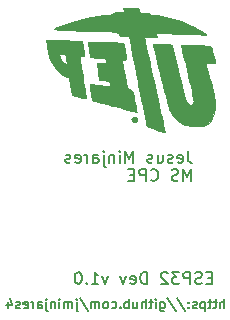
<source format=gbo>
%TF.GenerationSoftware,KiCad,Pcbnew,(5.1.10)-1*%
%TF.CreationDate,2021-10-10T21:05:51-06:00*%
%TF.ProjectId,ESP32_Boardv2.0,45535033-325f-4426-9f61-726476322e30,rev?*%
%TF.SameCoordinates,Original*%
%TF.FileFunction,Legend,Bot*%
%TF.FilePolarity,Positive*%
%FSLAX46Y46*%
G04 Gerber Fmt 4.6, Leading zero omitted, Abs format (unit mm)*
G04 Created by KiCad (PCBNEW (5.1.10)-1) date 2021-10-10 21:05:51*
%MOMM*%
%LPD*%
G01*
G04 APERTURE LIST*
%ADD10C,0.150000*%
%ADD11C,0.010000*%
G04 APERTURE END LIST*
D10*
X124565714Y-56608571D02*
X124232380Y-56608571D01*
X124089523Y-57132380D02*
X124565714Y-57132380D01*
X124565714Y-56132380D01*
X124089523Y-56132380D01*
X123708571Y-57084761D02*
X123565714Y-57132380D01*
X123327619Y-57132380D01*
X123232380Y-57084761D01*
X123184761Y-57037142D01*
X123137142Y-56941904D01*
X123137142Y-56846666D01*
X123184761Y-56751428D01*
X123232380Y-56703809D01*
X123327619Y-56656190D01*
X123518095Y-56608571D01*
X123613333Y-56560952D01*
X123660952Y-56513333D01*
X123708571Y-56418095D01*
X123708571Y-56322857D01*
X123660952Y-56227619D01*
X123613333Y-56180000D01*
X123518095Y-56132380D01*
X123280000Y-56132380D01*
X123137142Y-56180000D01*
X122708571Y-57132380D02*
X122708571Y-56132380D01*
X122327619Y-56132380D01*
X122232380Y-56180000D01*
X122184761Y-56227619D01*
X122137142Y-56322857D01*
X122137142Y-56465714D01*
X122184761Y-56560952D01*
X122232380Y-56608571D01*
X122327619Y-56656190D01*
X122708571Y-56656190D01*
X121803809Y-56132380D02*
X121184761Y-56132380D01*
X121518095Y-56513333D01*
X121375238Y-56513333D01*
X121280000Y-56560952D01*
X121232380Y-56608571D01*
X121184761Y-56703809D01*
X121184761Y-56941904D01*
X121232380Y-57037142D01*
X121280000Y-57084761D01*
X121375238Y-57132380D01*
X121660952Y-57132380D01*
X121756190Y-57084761D01*
X121803809Y-57037142D01*
X120803809Y-56227619D02*
X120756190Y-56180000D01*
X120660952Y-56132380D01*
X120422857Y-56132380D01*
X120327619Y-56180000D01*
X120280000Y-56227619D01*
X120232380Y-56322857D01*
X120232380Y-56418095D01*
X120280000Y-56560952D01*
X120851428Y-57132380D01*
X120232380Y-57132380D01*
X119041904Y-57132380D02*
X119041904Y-56132380D01*
X118803809Y-56132380D01*
X118660952Y-56180000D01*
X118565714Y-56275238D01*
X118518095Y-56370476D01*
X118470476Y-56560952D01*
X118470476Y-56703809D01*
X118518095Y-56894285D01*
X118565714Y-56989523D01*
X118660952Y-57084761D01*
X118803809Y-57132380D01*
X119041904Y-57132380D01*
X117660952Y-57084761D02*
X117756190Y-57132380D01*
X117946666Y-57132380D01*
X118041904Y-57084761D01*
X118089523Y-56989523D01*
X118089523Y-56608571D01*
X118041904Y-56513333D01*
X117946666Y-56465714D01*
X117756190Y-56465714D01*
X117660952Y-56513333D01*
X117613333Y-56608571D01*
X117613333Y-56703809D01*
X118089523Y-56799047D01*
X117280000Y-56465714D02*
X117041904Y-57132380D01*
X116803809Y-56465714D01*
X115756190Y-56465714D02*
X115518095Y-57132380D01*
X115280000Y-56465714D01*
X114375238Y-57132380D02*
X114946666Y-57132380D01*
X114660952Y-57132380D02*
X114660952Y-56132380D01*
X114756190Y-56275238D01*
X114851428Y-56370476D01*
X114946666Y-56418095D01*
X113946666Y-57037142D02*
X113899047Y-57084761D01*
X113946666Y-57132380D01*
X113994285Y-57084761D01*
X113946666Y-57037142D01*
X113946666Y-57132380D01*
X113280000Y-56132380D02*
X113184761Y-56132380D01*
X113089523Y-56180000D01*
X113041904Y-56227619D01*
X112994285Y-56322857D01*
X112946666Y-56513333D01*
X112946666Y-56751428D01*
X112994285Y-56941904D01*
X113041904Y-57037142D01*
X113089523Y-57084761D01*
X113184761Y-57132380D01*
X113280000Y-57132380D01*
X113375238Y-57084761D01*
X113422857Y-57037142D01*
X113470476Y-56941904D01*
X113518095Y-56751428D01*
X113518095Y-56513333D01*
X113470476Y-56322857D01*
X113422857Y-56227619D01*
X113375238Y-56180000D01*
X113280000Y-56132380D01*
X125590952Y-59201904D02*
X125590952Y-58401904D01*
X125248095Y-59201904D02*
X125248095Y-58782857D01*
X125286190Y-58706666D01*
X125362380Y-58668571D01*
X125476666Y-58668571D01*
X125552857Y-58706666D01*
X125590952Y-58744761D01*
X124981428Y-58668571D02*
X124676666Y-58668571D01*
X124867142Y-58401904D02*
X124867142Y-59087619D01*
X124829047Y-59163809D01*
X124752857Y-59201904D01*
X124676666Y-59201904D01*
X124524285Y-58668571D02*
X124219523Y-58668571D01*
X124410000Y-58401904D02*
X124410000Y-59087619D01*
X124371904Y-59163809D01*
X124295714Y-59201904D01*
X124219523Y-59201904D01*
X123952857Y-58668571D02*
X123952857Y-59468571D01*
X123952857Y-58706666D02*
X123876666Y-58668571D01*
X123724285Y-58668571D01*
X123648095Y-58706666D01*
X123610000Y-58744761D01*
X123571904Y-58820952D01*
X123571904Y-59049523D01*
X123610000Y-59125714D01*
X123648095Y-59163809D01*
X123724285Y-59201904D01*
X123876666Y-59201904D01*
X123952857Y-59163809D01*
X123267142Y-59163809D02*
X123190952Y-59201904D01*
X123038571Y-59201904D01*
X122962380Y-59163809D01*
X122924285Y-59087619D01*
X122924285Y-59049523D01*
X122962380Y-58973333D01*
X123038571Y-58935238D01*
X123152857Y-58935238D01*
X123229047Y-58897142D01*
X123267142Y-58820952D01*
X123267142Y-58782857D01*
X123229047Y-58706666D01*
X123152857Y-58668571D01*
X123038571Y-58668571D01*
X122962380Y-58706666D01*
X122581428Y-59125714D02*
X122543333Y-59163809D01*
X122581428Y-59201904D01*
X122619523Y-59163809D01*
X122581428Y-59125714D01*
X122581428Y-59201904D01*
X122581428Y-58706666D02*
X122543333Y-58744761D01*
X122581428Y-58782857D01*
X122619523Y-58744761D01*
X122581428Y-58706666D01*
X122581428Y-58782857D01*
X121629047Y-58363809D02*
X122314761Y-59392380D01*
X120790952Y-58363809D02*
X121476666Y-59392380D01*
X120181428Y-58668571D02*
X120181428Y-59316190D01*
X120219523Y-59392380D01*
X120257619Y-59430476D01*
X120333809Y-59468571D01*
X120448095Y-59468571D01*
X120524285Y-59430476D01*
X120181428Y-59163809D02*
X120257619Y-59201904D01*
X120410000Y-59201904D01*
X120486190Y-59163809D01*
X120524285Y-59125714D01*
X120562380Y-59049523D01*
X120562380Y-58820952D01*
X120524285Y-58744761D01*
X120486190Y-58706666D01*
X120410000Y-58668571D01*
X120257619Y-58668571D01*
X120181428Y-58706666D01*
X119800476Y-59201904D02*
X119800476Y-58668571D01*
X119800476Y-58401904D02*
X119838571Y-58440000D01*
X119800476Y-58478095D01*
X119762380Y-58440000D01*
X119800476Y-58401904D01*
X119800476Y-58478095D01*
X119533809Y-58668571D02*
X119229047Y-58668571D01*
X119419523Y-58401904D02*
X119419523Y-59087619D01*
X119381428Y-59163809D01*
X119305238Y-59201904D01*
X119229047Y-59201904D01*
X118962380Y-59201904D02*
X118962380Y-58401904D01*
X118619523Y-59201904D02*
X118619523Y-58782857D01*
X118657619Y-58706666D01*
X118733809Y-58668571D01*
X118848095Y-58668571D01*
X118924285Y-58706666D01*
X118962380Y-58744761D01*
X117895714Y-58668571D02*
X117895714Y-59201904D01*
X118238571Y-58668571D02*
X118238571Y-59087619D01*
X118200476Y-59163809D01*
X118124285Y-59201904D01*
X118010000Y-59201904D01*
X117933809Y-59163809D01*
X117895714Y-59125714D01*
X117514761Y-59201904D02*
X117514761Y-58401904D01*
X117514761Y-58706666D02*
X117438571Y-58668571D01*
X117286190Y-58668571D01*
X117210000Y-58706666D01*
X117171904Y-58744761D01*
X117133809Y-58820952D01*
X117133809Y-59049523D01*
X117171904Y-59125714D01*
X117210000Y-59163809D01*
X117286190Y-59201904D01*
X117438571Y-59201904D01*
X117514761Y-59163809D01*
X116790952Y-59125714D02*
X116752857Y-59163809D01*
X116790952Y-59201904D01*
X116829047Y-59163809D01*
X116790952Y-59125714D01*
X116790952Y-59201904D01*
X116067142Y-59163809D02*
X116143333Y-59201904D01*
X116295714Y-59201904D01*
X116371904Y-59163809D01*
X116410000Y-59125714D01*
X116448095Y-59049523D01*
X116448095Y-58820952D01*
X116410000Y-58744761D01*
X116371904Y-58706666D01*
X116295714Y-58668571D01*
X116143333Y-58668571D01*
X116067142Y-58706666D01*
X115610000Y-59201904D02*
X115686190Y-59163809D01*
X115724285Y-59125714D01*
X115762380Y-59049523D01*
X115762380Y-58820952D01*
X115724285Y-58744761D01*
X115686190Y-58706666D01*
X115610000Y-58668571D01*
X115495714Y-58668571D01*
X115419523Y-58706666D01*
X115381428Y-58744761D01*
X115343333Y-58820952D01*
X115343333Y-59049523D01*
X115381428Y-59125714D01*
X115419523Y-59163809D01*
X115495714Y-59201904D01*
X115610000Y-59201904D01*
X115000476Y-59201904D02*
X115000476Y-58668571D01*
X115000476Y-58744761D02*
X114962380Y-58706666D01*
X114886190Y-58668571D01*
X114771904Y-58668571D01*
X114695714Y-58706666D01*
X114657619Y-58782857D01*
X114657619Y-59201904D01*
X114657619Y-58782857D02*
X114619523Y-58706666D01*
X114543333Y-58668571D01*
X114429047Y-58668571D01*
X114352857Y-58706666D01*
X114314761Y-58782857D01*
X114314761Y-59201904D01*
X113362380Y-58363809D02*
X114048095Y-59392380D01*
X113095714Y-58668571D02*
X113095714Y-59354285D01*
X113133809Y-59430476D01*
X113210000Y-59468571D01*
X113248095Y-59468571D01*
X113095714Y-58401904D02*
X113133809Y-58440000D01*
X113095714Y-58478095D01*
X113057619Y-58440000D01*
X113095714Y-58401904D01*
X113095714Y-58478095D01*
X112714761Y-59201904D02*
X112714761Y-58668571D01*
X112714761Y-58744761D02*
X112676666Y-58706666D01*
X112600476Y-58668571D01*
X112486190Y-58668571D01*
X112410000Y-58706666D01*
X112371904Y-58782857D01*
X112371904Y-59201904D01*
X112371904Y-58782857D02*
X112333809Y-58706666D01*
X112257619Y-58668571D01*
X112143333Y-58668571D01*
X112067142Y-58706666D01*
X112029047Y-58782857D01*
X112029047Y-59201904D01*
X111648095Y-59201904D02*
X111648095Y-58668571D01*
X111648095Y-58401904D02*
X111686190Y-58440000D01*
X111648095Y-58478095D01*
X111610000Y-58440000D01*
X111648095Y-58401904D01*
X111648095Y-58478095D01*
X111267142Y-58668571D02*
X111267142Y-59201904D01*
X111267142Y-58744761D02*
X111229047Y-58706666D01*
X111152857Y-58668571D01*
X111038571Y-58668571D01*
X110962380Y-58706666D01*
X110924285Y-58782857D01*
X110924285Y-59201904D01*
X110543333Y-58668571D02*
X110543333Y-59354285D01*
X110581428Y-59430476D01*
X110657619Y-59468571D01*
X110695714Y-59468571D01*
X110543333Y-58401904D02*
X110581428Y-58440000D01*
X110543333Y-58478095D01*
X110505238Y-58440000D01*
X110543333Y-58401904D01*
X110543333Y-58478095D01*
X109819523Y-59201904D02*
X109819523Y-58782857D01*
X109857619Y-58706666D01*
X109933809Y-58668571D01*
X110086190Y-58668571D01*
X110162380Y-58706666D01*
X109819523Y-59163809D02*
X109895714Y-59201904D01*
X110086190Y-59201904D01*
X110162380Y-59163809D01*
X110200476Y-59087619D01*
X110200476Y-59011428D01*
X110162380Y-58935238D01*
X110086190Y-58897142D01*
X109895714Y-58897142D01*
X109819523Y-58859047D01*
X109438571Y-59201904D02*
X109438571Y-58668571D01*
X109438571Y-58820952D02*
X109400476Y-58744761D01*
X109362380Y-58706666D01*
X109286190Y-58668571D01*
X109210000Y-58668571D01*
X108638571Y-59163809D02*
X108714761Y-59201904D01*
X108867142Y-59201904D01*
X108943333Y-59163809D01*
X108981428Y-59087619D01*
X108981428Y-58782857D01*
X108943333Y-58706666D01*
X108867142Y-58668571D01*
X108714761Y-58668571D01*
X108638571Y-58706666D01*
X108600476Y-58782857D01*
X108600476Y-58859047D01*
X108981428Y-58935238D01*
X108295714Y-59163809D02*
X108219523Y-59201904D01*
X108067142Y-59201904D01*
X107990952Y-59163809D01*
X107952857Y-59087619D01*
X107952857Y-59049523D01*
X107990952Y-58973333D01*
X108067142Y-58935238D01*
X108181428Y-58935238D01*
X108257619Y-58897142D01*
X108295714Y-58820952D01*
X108295714Y-58782857D01*
X108257619Y-58706666D01*
X108181428Y-58668571D01*
X108067142Y-58668571D01*
X107990952Y-58706666D01*
X107267142Y-58668571D02*
X107267142Y-59201904D01*
X107457619Y-58363809D02*
X107648095Y-58935238D01*
X107152857Y-58935238D01*
X122812857Y-48402380D02*
X122812857Y-47402380D01*
X122479523Y-48116666D01*
X122146190Y-47402380D01*
X122146190Y-48402380D01*
X121717619Y-48354761D02*
X121574761Y-48402380D01*
X121336666Y-48402380D01*
X121241428Y-48354761D01*
X121193809Y-48307142D01*
X121146190Y-48211904D01*
X121146190Y-48116666D01*
X121193809Y-48021428D01*
X121241428Y-47973809D01*
X121336666Y-47926190D01*
X121527142Y-47878571D01*
X121622380Y-47830952D01*
X121670000Y-47783333D01*
X121717619Y-47688095D01*
X121717619Y-47592857D01*
X121670000Y-47497619D01*
X121622380Y-47450000D01*
X121527142Y-47402380D01*
X121289047Y-47402380D01*
X121146190Y-47450000D01*
X119384285Y-48307142D02*
X119431904Y-48354761D01*
X119574761Y-48402380D01*
X119669999Y-48402380D01*
X119812857Y-48354761D01*
X119908095Y-48259523D01*
X119955714Y-48164285D01*
X120003333Y-47973809D01*
X120003333Y-47830952D01*
X119955714Y-47640476D01*
X119908095Y-47545238D01*
X119812857Y-47450000D01*
X119669999Y-47402380D01*
X119574761Y-47402380D01*
X119431904Y-47450000D01*
X119384285Y-47497619D01*
X118955714Y-48402380D02*
X118955714Y-47402380D01*
X118574761Y-47402380D01*
X118479523Y-47450000D01*
X118431904Y-47497619D01*
X118384285Y-47592857D01*
X118384285Y-47735714D01*
X118431904Y-47830952D01*
X118479523Y-47878571D01*
X118574761Y-47926190D01*
X118955714Y-47926190D01*
X117955714Y-47878571D02*
X117622380Y-47878571D01*
X117479523Y-48402380D02*
X117955714Y-48402380D01*
X117955714Y-47402380D01*
X117479523Y-47402380D01*
X122523809Y-45872380D02*
X122523809Y-46586666D01*
X122571428Y-46729523D01*
X122666666Y-46824761D01*
X122809523Y-46872380D01*
X122904761Y-46872380D01*
X121666666Y-46824761D02*
X121761904Y-46872380D01*
X121952380Y-46872380D01*
X122047619Y-46824761D01*
X122095238Y-46729523D01*
X122095238Y-46348571D01*
X122047619Y-46253333D01*
X121952380Y-46205714D01*
X121761904Y-46205714D01*
X121666666Y-46253333D01*
X121619047Y-46348571D01*
X121619047Y-46443809D01*
X122095238Y-46539047D01*
X121238095Y-46824761D02*
X121142857Y-46872380D01*
X120952380Y-46872380D01*
X120857142Y-46824761D01*
X120809523Y-46729523D01*
X120809523Y-46681904D01*
X120857142Y-46586666D01*
X120952380Y-46539047D01*
X121095238Y-46539047D01*
X121190476Y-46491428D01*
X121238095Y-46396190D01*
X121238095Y-46348571D01*
X121190476Y-46253333D01*
X121095238Y-46205714D01*
X120952380Y-46205714D01*
X120857142Y-46253333D01*
X119952380Y-46205714D02*
X119952380Y-46872380D01*
X120380952Y-46205714D02*
X120380952Y-46729523D01*
X120333333Y-46824761D01*
X120238095Y-46872380D01*
X120095238Y-46872380D01*
X120000000Y-46824761D01*
X119952380Y-46777142D01*
X119523809Y-46824761D02*
X119428571Y-46872380D01*
X119238095Y-46872380D01*
X119142857Y-46824761D01*
X119095238Y-46729523D01*
X119095238Y-46681904D01*
X119142857Y-46586666D01*
X119238095Y-46539047D01*
X119380952Y-46539047D01*
X119476190Y-46491428D01*
X119523809Y-46396190D01*
X119523809Y-46348571D01*
X119476190Y-46253333D01*
X119380952Y-46205714D01*
X119238095Y-46205714D01*
X119142857Y-46253333D01*
X117904761Y-46872380D02*
X117904761Y-45872380D01*
X117571428Y-46586666D01*
X117238095Y-45872380D01*
X117238095Y-46872380D01*
X116761904Y-46872380D02*
X116761904Y-46205714D01*
X116761904Y-45872380D02*
X116809523Y-45920000D01*
X116761904Y-45967619D01*
X116714285Y-45920000D01*
X116761904Y-45872380D01*
X116761904Y-45967619D01*
X116285714Y-46205714D02*
X116285714Y-46872380D01*
X116285714Y-46300952D02*
X116238095Y-46253333D01*
X116142857Y-46205714D01*
X116000000Y-46205714D01*
X115904761Y-46253333D01*
X115857142Y-46348571D01*
X115857142Y-46872380D01*
X115380952Y-46205714D02*
X115380952Y-47062857D01*
X115428571Y-47158095D01*
X115523809Y-47205714D01*
X115571428Y-47205714D01*
X115380952Y-45872380D02*
X115428571Y-45920000D01*
X115380952Y-45967619D01*
X115333333Y-45920000D01*
X115380952Y-45872380D01*
X115380952Y-45967619D01*
X114476190Y-46872380D02*
X114476190Y-46348571D01*
X114523809Y-46253333D01*
X114619047Y-46205714D01*
X114809523Y-46205714D01*
X114904761Y-46253333D01*
X114476190Y-46824761D02*
X114571428Y-46872380D01*
X114809523Y-46872380D01*
X114904761Y-46824761D01*
X114952380Y-46729523D01*
X114952380Y-46634285D01*
X114904761Y-46539047D01*
X114809523Y-46491428D01*
X114571428Y-46491428D01*
X114476190Y-46443809D01*
X114000000Y-46872380D02*
X114000000Y-46205714D01*
X114000000Y-46396190D02*
X113952380Y-46300952D01*
X113904761Y-46253333D01*
X113809523Y-46205714D01*
X113714285Y-46205714D01*
X113000000Y-46824761D02*
X113095238Y-46872380D01*
X113285714Y-46872380D01*
X113380952Y-46824761D01*
X113428571Y-46729523D01*
X113428571Y-46348571D01*
X113380952Y-46253333D01*
X113285714Y-46205714D01*
X113095238Y-46205714D01*
X113000000Y-46253333D01*
X112952380Y-46348571D01*
X112952380Y-46443809D01*
X113428571Y-46539047D01*
X112571428Y-46824761D02*
X112476190Y-46872380D01*
X112285714Y-46872380D01*
X112190476Y-46824761D01*
X112142857Y-46729523D01*
X112142857Y-46681904D01*
X112190476Y-46586666D01*
X112285714Y-46539047D01*
X112428571Y-46539047D01*
X112523809Y-46491428D01*
X112571428Y-46396190D01*
X112571428Y-46348571D01*
X112523809Y-46253333D01*
X112428571Y-46205714D01*
X112285714Y-46205714D01*
X112190476Y-46253333D01*
D11*
%TO.C,G\u002A\u002A\u002A*%
G36*
X117081455Y-33946499D02*
G01*
X117109415Y-34136999D01*
X116627951Y-34137000D01*
X116381774Y-34140826D01*
X116240463Y-34155442D01*
X116182029Y-34185557D01*
X116183037Y-34232250D01*
X116181641Y-34288345D01*
X116106381Y-34317620D01*
X115933534Y-34327544D01*
X115879419Y-34327874D01*
X115424544Y-34353799D01*
X114883870Y-34425819D01*
X114286828Y-34536627D01*
X113662845Y-34678917D01*
X113041352Y-34845383D01*
X112451778Y-35028719D01*
X111923551Y-35221618D01*
X111486101Y-35416775D01*
X111479185Y-35420291D01*
X111165619Y-35580147D01*
X111574435Y-35619066D01*
X111737599Y-35629803D01*
X112008980Y-35642041D01*
X112369812Y-35655176D01*
X112801330Y-35668605D01*
X113284768Y-35681726D01*
X113801361Y-35693935D01*
X114099053Y-35700168D01*
X114614021Y-35711520D01*
X115095767Y-35724203D01*
X115527656Y-35737622D01*
X115893054Y-35751179D01*
X116175326Y-35764278D01*
X116357838Y-35776324D01*
X116414441Y-35783170D01*
X116579234Y-35853243D01*
X116650783Y-35980620D01*
X116681068Y-36065109D01*
X116742776Y-36114425D01*
X116866828Y-36140380D01*
X117084141Y-36154790D01*
X117109602Y-36155936D01*
X117531664Y-36174623D01*
X117599598Y-36505186D01*
X117624301Y-36629129D01*
X117670584Y-36865095D01*
X117735986Y-37200405D01*
X117818045Y-37622377D01*
X117914298Y-38118333D01*
X118022285Y-38675591D01*
X118139542Y-39281473D01*
X118263609Y-39923296D01*
X118335385Y-40294943D01*
X118460672Y-40940423D01*
X118579933Y-41548205D01*
X118690844Y-42106896D01*
X118791082Y-42605102D01*
X118878322Y-43031432D01*
X118950243Y-43374491D01*
X119004519Y-43622886D01*
X119038829Y-43765224D01*
X119049244Y-43795409D01*
X119121971Y-43828395D01*
X119286086Y-43889894D01*
X119511961Y-43969893D01*
X119769968Y-44058377D01*
X120030481Y-44145331D01*
X120263871Y-44220743D01*
X120440512Y-44274597D01*
X120530775Y-44296880D01*
X120533245Y-44297000D01*
X120545365Y-44242090D01*
X120528470Y-44103535D01*
X120512822Y-44027125D01*
X120488904Y-43919285D01*
X120441894Y-43705250D01*
X120374578Y-43397806D01*
X120289743Y-43009742D01*
X120190174Y-42553844D01*
X120078658Y-42042900D01*
X119957981Y-41489697D01*
X119830929Y-40907022D01*
X119700289Y-40307664D01*
X119568847Y-39704410D01*
X119439389Y-39110046D01*
X119314701Y-38537360D01*
X119197569Y-37999140D01*
X119090780Y-37508173D01*
X118997120Y-37077247D01*
X118919375Y-36719148D01*
X118860331Y-36446665D01*
X118822775Y-36272584D01*
X118809492Y-36209694D01*
X118809491Y-36209674D01*
X118868099Y-36208095D01*
X119024638Y-36211512D01*
X119250169Y-36219197D01*
X119355777Y-36223409D01*
X119902072Y-36246069D01*
X119860552Y-36057031D01*
X119819032Y-35867994D01*
X120250891Y-35891952D01*
X120575933Y-35908630D01*
X120959370Y-35926106D01*
X121383125Y-35943779D01*
X121829123Y-35961047D01*
X122279286Y-35977310D01*
X122715540Y-35991965D01*
X123119807Y-36004412D01*
X123474013Y-36014049D01*
X123760079Y-36020276D01*
X123959931Y-36022489D01*
X124055492Y-36020089D01*
X124060969Y-36018698D01*
X124028303Y-35971642D01*
X123903604Y-35879769D01*
X123708072Y-35755768D01*
X123462909Y-35612329D01*
X123189316Y-35462139D01*
X122908494Y-35317888D01*
X122810000Y-35269993D01*
X121896878Y-34891493D01*
X120930331Y-34597680D01*
X119955781Y-34401537D01*
X119619125Y-34358136D01*
X119423138Y-34327515D01*
X119290609Y-34289062D01*
X119254000Y-34259430D01*
X119196292Y-34228465D01*
X119046188Y-34207121D01*
X118869760Y-34200500D01*
X118656040Y-34197107D01*
X118532132Y-34175382D01*
X118460851Y-34118003D01*
X118405013Y-34007648D01*
X118392658Y-33978249D01*
X118299796Y-33755999D01*
X117053496Y-33755999D01*
X117081455Y-33946499D01*
G37*
X117081455Y-33946499D02*
X117109415Y-34136999D01*
X116627951Y-34137000D01*
X116381774Y-34140826D01*
X116240463Y-34155442D01*
X116182029Y-34185557D01*
X116183037Y-34232250D01*
X116181641Y-34288345D01*
X116106381Y-34317620D01*
X115933534Y-34327544D01*
X115879419Y-34327874D01*
X115424544Y-34353799D01*
X114883870Y-34425819D01*
X114286828Y-34536627D01*
X113662845Y-34678917D01*
X113041352Y-34845383D01*
X112451778Y-35028719D01*
X111923551Y-35221618D01*
X111486101Y-35416775D01*
X111479185Y-35420291D01*
X111165619Y-35580147D01*
X111574435Y-35619066D01*
X111737599Y-35629803D01*
X112008980Y-35642041D01*
X112369812Y-35655176D01*
X112801330Y-35668605D01*
X113284768Y-35681726D01*
X113801361Y-35693935D01*
X114099053Y-35700168D01*
X114614021Y-35711520D01*
X115095767Y-35724203D01*
X115527656Y-35737622D01*
X115893054Y-35751179D01*
X116175326Y-35764278D01*
X116357838Y-35776324D01*
X116414441Y-35783170D01*
X116579234Y-35853243D01*
X116650783Y-35980620D01*
X116681068Y-36065109D01*
X116742776Y-36114425D01*
X116866828Y-36140380D01*
X117084141Y-36154790D01*
X117109602Y-36155936D01*
X117531664Y-36174623D01*
X117599598Y-36505186D01*
X117624301Y-36629129D01*
X117670584Y-36865095D01*
X117735986Y-37200405D01*
X117818045Y-37622377D01*
X117914298Y-38118333D01*
X118022285Y-38675591D01*
X118139542Y-39281473D01*
X118263609Y-39923296D01*
X118335385Y-40294943D01*
X118460672Y-40940423D01*
X118579933Y-41548205D01*
X118690844Y-42106896D01*
X118791082Y-42605102D01*
X118878322Y-43031432D01*
X118950243Y-43374491D01*
X119004519Y-43622886D01*
X119038829Y-43765224D01*
X119049244Y-43795409D01*
X119121971Y-43828395D01*
X119286086Y-43889894D01*
X119511961Y-43969893D01*
X119769968Y-44058377D01*
X120030481Y-44145331D01*
X120263871Y-44220743D01*
X120440512Y-44274597D01*
X120530775Y-44296880D01*
X120533245Y-44297000D01*
X120545365Y-44242090D01*
X120528470Y-44103535D01*
X120512822Y-44027125D01*
X120488904Y-43919285D01*
X120441894Y-43705250D01*
X120374578Y-43397806D01*
X120289743Y-43009742D01*
X120190174Y-42553844D01*
X120078658Y-42042900D01*
X119957981Y-41489697D01*
X119830929Y-40907022D01*
X119700289Y-40307664D01*
X119568847Y-39704410D01*
X119439389Y-39110046D01*
X119314701Y-38537360D01*
X119197569Y-37999140D01*
X119090780Y-37508173D01*
X118997120Y-37077247D01*
X118919375Y-36719148D01*
X118860331Y-36446665D01*
X118822775Y-36272584D01*
X118809492Y-36209694D01*
X118809491Y-36209674D01*
X118868099Y-36208095D01*
X119024638Y-36211512D01*
X119250169Y-36219197D01*
X119355777Y-36223409D01*
X119902072Y-36246069D01*
X119860552Y-36057031D01*
X119819032Y-35867994D01*
X120250891Y-35891952D01*
X120575933Y-35908630D01*
X120959370Y-35926106D01*
X121383125Y-35943779D01*
X121829123Y-35961047D01*
X122279286Y-35977310D01*
X122715540Y-35991965D01*
X123119807Y-36004412D01*
X123474013Y-36014049D01*
X123760079Y-36020276D01*
X123959931Y-36022489D01*
X124055492Y-36020089D01*
X124060969Y-36018698D01*
X124028303Y-35971642D01*
X123903604Y-35879769D01*
X123708072Y-35755768D01*
X123462909Y-35612329D01*
X123189316Y-35462139D01*
X122908494Y-35317888D01*
X122810000Y-35269993D01*
X121896878Y-34891493D01*
X120930331Y-34597680D01*
X119955781Y-34401537D01*
X119619125Y-34358136D01*
X119423138Y-34327515D01*
X119290609Y-34289062D01*
X119254000Y-34259430D01*
X119196292Y-34228465D01*
X119046188Y-34207121D01*
X118869760Y-34200500D01*
X118656040Y-34197107D01*
X118532132Y-34175382D01*
X118460851Y-34118003D01*
X118405013Y-34007648D01*
X118392658Y-33978249D01*
X118299796Y-33755999D01*
X117053496Y-33755999D01*
X117081455Y-33946499D01*
G36*
X119813169Y-36807814D02*
G01*
X119664475Y-36822063D01*
X119592416Y-36852944D01*
X119571867Y-36906106D01*
X119571669Y-36915125D01*
X119587264Y-37011844D01*
X119631257Y-37215517D01*
X119699627Y-37510305D01*
X119788358Y-37880368D01*
X119893428Y-38309867D01*
X120010820Y-38782962D01*
X120136515Y-39283813D01*
X120266494Y-39796582D01*
X120396738Y-40305429D01*
X120523228Y-40794515D01*
X120641946Y-41247999D01*
X120748872Y-41650043D01*
X120839988Y-41984807D01*
X120911275Y-42236452D01*
X120958714Y-42389138D01*
X120964843Y-42406032D01*
X121188408Y-42818697D01*
X121519156Y-43179674D01*
X121942863Y-43474554D01*
X122097228Y-43553293D01*
X122317869Y-43650039D01*
X122509806Y-43711681D01*
X122717368Y-43747364D01*
X122984888Y-43766230D01*
X123159250Y-43772338D01*
X123469706Y-43777294D01*
X123687157Y-43767986D01*
X123845204Y-43740195D01*
X123977444Y-43689701D01*
X124028967Y-43663112D01*
X124350257Y-43423819D01*
X124583914Y-43100927D01*
X124731941Y-42690143D01*
X124796340Y-42187174D01*
X124799633Y-42011000D01*
X124795159Y-41793804D01*
X124780611Y-41587361D01*
X124751834Y-41368847D01*
X124704674Y-41115436D01*
X124634976Y-40804303D01*
X124538585Y-40412625D01*
X124435524Y-40010750D01*
X124329518Y-39602351D01*
X124232608Y-39230395D01*
X124149848Y-38914168D01*
X124086293Y-38672958D01*
X124046997Y-38526053D01*
X124038175Y-38494492D01*
X124028805Y-38432007D01*
X124065052Y-38401232D01*
X124172242Y-38397269D01*
X124375703Y-38415218D01*
X124422390Y-38420171D01*
X124633820Y-38437501D01*
X124784581Y-38439721D01*
X124842000Y-38426371D01*
X124827441Y-38352529D01*
X124788016Y-38182532D01*
X124730108Y-37943318D01*
X124674153Y-37717786D01*
X124591828Y-37406777D01*
X124524291Y-37199365D01*
X124462660Y-37074370D01*
X124398053Y-37010616D01*
X124372528Y-36998641D01*
X124267912Y-36980762D01*
X124059358Y-36961314D01*
X123769888Y-36941863D01*
X123422526Y-36923978D01*
X123076227Y-36910407D01*
X122665719Y-36897406D01*
X122365699Y-36890649D01*
X122159762Y-36891154D01*
X122031503Y-36899943D01*
X121964516Y-36918034D01*
X121942397Y-36946449D01*
X121946962Y-36980610D01*
X121989049Y-37134312D01*
X122051989Y-37384687D01*
X122131840Y-37714400D01*
X122224661Y-38106114D01*
X122326512Y-38542494D01*
X122433450Y-39006205D01*
X122541536Y-39479910D01*
X122646828Y-39946275D01*
X122745386Y-40387963D01*
X122833268Y-40787639D01*
X122906533Y-41127967D01*
X122961241Y-41391612D01*
X122993450Y-41561237D01*
X123000500Y-41614954D01*
X122963916Y-41794073D01*
X122873355Y-41940424D01*
X122757602Y-42009911D01*
X122741965Y-42011000D01*
X122634390Y-41957697D01*
X122503187Y-41818543D01*
X122374170Y-41624666D01*
X122302264Y-41480722D01*
X122261387Y-41357339D01*
X122196968Y-41126399D01*
X122113119Y-40804298D01*
X122013953Y-40407431D01*
X121903583Y-39952195D01*
X121786122Y-39454984D01*
X121692480Y-39049687D01*
X121196626Y-36882125D01*
X120876188Y-36843614D01*
X120646591Y-36824093D01*
X120353744Y-36810050D01*
X120063625Y-36804551D01*
X119813169Y-36807814D01*
G37*
X119813169Y-36807814D02*
X119664475Y-36822063D01*
X119592416Y-36852944D01*
X119571867Y-36906106D01*
X119571669Y-36915125D01*
X119587264Y-37011844D01*
X119631257Y-37215517D01*
X119699627Y-37510305D01*
X119788358Y-37880368D01*
X119893428Y-38309867D01*
X120010820Y-38782962D01*
X120136515Y-39283813D01*
X120266494Y-39796582D01*
X120396738Y-40305429D01*
X120523228Y-40794515D01*
X120641946Y-41247999D01*
X120748872Y-41650043D01*
X120839988Y-41984807D01*
X120911275Y-42236452D01*
X120958714Y-42389138D01*
X120964843Y-42406032D01*
X121188408Y-42818697D01*
X121519156Y-43179674D01*
X121942863Y-43474554D01*
X122097228Y-43553293D01*
X122317869Y-43650039D01*
X122509806Y-43711681D01*
X122717368Y-43747364D01*
X122984888Y-43766230D01*
X123159250Y-43772338D01*
X123469706Y-43777294D01*
X123687157Y-43767986D01*
X123845204Y-43740195D01*
X123977444Y-43689701D01*
X124028967Y-43663112D01*
X124350257Y-43423819D01*
X124583914Y-43100927D01*
X124731941Y-42690143D01*
X124796340Y-42187174D01*
X124799633Y-42011000D01*
X124795159Y-41793804D01*
X124780611Y-41587361D01*
X124751834Y-41368847D01*
X124704674Y-41115436D01*
X124634976Y-40804303D01*
X124538585Y-40412625D01*
X124435524Y-40010750D01*
X124329518Y-39602351D01*
X124232608Y-39230395D01*
X124149848Y-38914168D01*
X124086293Y-38672958D01*
X124046997Y-38526053D01*
X124038175Y-38494492D01*
X124028805Y-38432007D01*
X124065052Y-38401232D01*
X124172242Y-38397269D01*
X124375703Y-38415218D01*
X124422390Y-38420171D01*
X124633820Y-38437501D01*
X124784581Y-38439721D01*
X124842000Y-38426371D01*
X124827441Y-38352529D01*
X124788016Y-38182532D01*
X124730108Y-37943318D01*
X124674153Y-37717786D01*
X124591828Y-37406777D01*
X124524291Y-37199365D01*
X124462660Y-37074370D01*
X124398053Y-37010616D01*
X124372528Y-36998641D01*
X124267912Y-36980762D01*
X124059358Y-36961314D01*
X123769888Y-36941863D01*
X123422526Y-36923978D01*
X123076227Y-36910407D01*
X122665719Y-36897406D01*
X122365699Y-36890649D01*
X122159762Y-36891154D01*
X122031503Y-36899943D01*
X121964516Y-36918034D01*
X121942397Y-36946449D01*
X121946962Y-36980610D01*
X121989049Y-37134312D01*
X122051989Y-37384687D01*
X122131840Y-37714400D01*
X122224661Y-38106114D01*
X122326512Y-38542494D01*
X122433450Y-39006205D01*
X122541536Y-39479910D01*
X122646828Y-39946275D01*
X122745386Y-40387963D01*
X122833268Y-40787639D01*
X122906533Y-41127967D01*
X122961241Y-41391612D01*
X122993450Y-41561237D01*
X123000500Y-41614954D01*
X122963916Y-41794073D01*
X122873355Y-41940424D01*
X122757602Y-42009911D01*
X122741965Y-42011000D01*
X122634390Y-41957697D01*
X122503187Y-41818543D01*
X122374170Y-41624666D01*
X122302264Y-41480722D01*
X122261387Y-41357339D01*
X122196968Y-41126399D01*
X122113119Y-40804298D01*
X122013953Y-40407431D01*
X121903583Y-39952195D01*
X121786122Y-39454984D01*
X121692480Y-39049687D01*
X121196626Y-36882125D01*
X120876188Y-36843614D01*
X120646591Y-36824093D01*
X120353744Y-36810050D01*
X120063625Y-36804551D01*
X119813169Y-36807814D01*
G36*
X117855668Y-43014340D02*
G01*
X117795735Y-43086325D01*
X117739443Y-43208888D01*
X117754167Y-43287828D01*
X117829786Y-43371714D01*
X117980016Y-43464099D01*
X118120948Y-43430156D01*
X118161800Y-43395300D01*
X118199731Y-43318903D01*
X118157814Y-43318903D01*
X118147178Y-43297414D01*
X118132861Y-43233375D01*
X118107580Y-43185750D01*
X118047500Y-43185750D01*
X118015750Y-43217500D01*
X117984000Y-43185750D01*
X118015750Y-43154000D01*
X118047500Y-43185750D01*
X118107580Y-43185750D01*
X118073319Y-43121209D01*
X117990706Y-43095720D01*
X117929368Y-43159441D01*
X117920500Y-43221247D01*
X117944945Y-43309050D01*
X117984000Y-43312750D01*
X118042381Y-43320752D01*
X118047500Y-43346044D01*
X118002027Y-43396433D01*
X117968125Y-43392125D01*
X117906930Y-43315725D01*
X117888750Y-43212208D01*
X117928179Y-43088299D01*
X118015936Y-43048737D01*
X118106223Y-43092605D01*
X118153152Y-43217500D01*
X118157814Y-43318903D01*
X118199731Y-43318903D01*
X118233149Y-43251598D01*
X118205662Y-43103433D01*
X118098202Y-42994062D01*
X117973535Y-42963500D01*
X117855668Y-43014340D01*
G37*
X117855668Y-43014340D02*
X117795735Y-43086325D01*
X117739443Y-43208888D01*
X117754167Y-43287828D01*
X117829786Y-43371714D01*
X117980016Y-43464099D01*
X118120948Y-43430156D01*
X118161800Y-43395300D01*
X118199731Y-43318903D01*
X118157814Y-43318903D01*
X118147178Y-43297414D01*
X118132861Y-43233375D01*
X118107580Y-43185750D01*
X118047500Y-43185750D01*
X118015750Y-43217500D01*
X117984000Y-43185750D01*
X118015750Y-43154000D01*
X118047500Y-43185750D01*
X118107580Y-43185750D01*
X118073319Y-43121209D01*
X117990706Y-43095720D01*
X117929368Y-43159441D01*
X117920500Y-43221247D01*
X117944945Y-43309050D01*
X117984000Y-43312750D01*
X118042381Y-43320752D01*
X118047500Y-43346044D01*
X118002027Y-43396433D01*
X117968125Y-43392125D01*
X117906930Y-43315725D01*
X117888750Y-43212208D01*
X117928179Y-43088299D01*
X118015936Y-43048737D01*
X118106223Y-43092605D01*
X118153152Y-43217500D01*
X118157814Y-43318903D01*
X118199731Y-43318903D01*
X118233149Y-43251598D01*
X118205662Y-43103433D01*
X118098202Y-42994062D01*
X117973535Y-42963500D01*
X117855668Y-43014340D01*
G36*
X114097074Y-36626372D02*
G01*
X114072297Y-36630536D01*
X114069867Y-36701439D01*
X114086494Y-36869527D01*
X114118975Y-37106950D01*
X114148920Y-37296424D01*
X114254671Y-37933184D01*
X114865211Y-37978729D01*
X115173783Y-38006669D01*
X115376953Y-38042504D01*
X115496292Y-38096714D01*
X115553372Y-38179779D01*
X115569763Y-38302180D01*
X115570028Y-38321170D01*
X115563844Y-38404389D01*
X115524237Y-38445641D01*
X115421686Y-38453636D01*
X115226668Y-38437082D01*
X115190000Y-38433269D01*
X115019188Y-38415159D01*
X114904081Y-38415362D01*
X114838114Y-38452697D01*
X114814722Y-38545984D01*
X114827339Y-38714042D01*
X114869401Y-38975690D01*
X114913210Y-39226695D01*
X115019446Y-39839640D01*
X115435726Y-39893445D01*
X115658744Y-39925185D01*
X115787153Y-39960344D01*
X115852407Y-40017712D01*
X115885964Y-40116077D01*
X115897142Y-40169069D01*
X115924125Y-40317632D01*
X115932352Y-40397340D01*
X115931264Y-40400823D01*
X115867872Y-40397331D01*
X115701959Y-40380796D01*
X115457045Y-40353742D01*
X115156653Y-40318692D01*
X115080597Y-40309573D01*
X114768823Y-40274241D01*
X114505144Y-40248596D01*
X114313691Y-40234668D01*
X114218594Y-40234489D01*
X114212924Y-40236569D01*
X114213988Y-40303771D01*
X114233779Y-40463913D01*
X114266926Y-40685241D01*
X114308057Y-40936002D01*
X114351800Y-41184443D01*
X114392785Y-41398812D01*
X114425639Y-41547355D01*
X114443272Y-41598227D01*
X114506516Y-41616586D01*
X114677201Y-41662710D01*
X114939833Y-41732503D01*
X115278913Y-41821871D01*
X115678945Y-41926718D01*
X116124433Y-42042949D01*
X116236579Y-42072132D01*
X116694606Y-42191595D01*
X117114417Y-42301726D01*
X117479763Y-42398214D01*
X117774397Y-42476745D01*
X117982071Y-42533006D01*
X118086539Y-42562685D01*
X118093954Y-42565178D01*
X118166999Y-42575924D01*
X118174500Y-42566276D01*
X118162694Y-42496456D01*
X118130998Y-42330128D01*
X118084995Y-42095201D01*
X118030269Y-41819586D01*
X117972404Y-41531193D01*
X117916983Y-41257933D01*
X117869590Y-41027715D01*
X117835808Y-40868450D01*
X117827131Y-40829899D01*
X117737233Y-40707013D01*
X117588716Y-40637140D01*
X117381570Y-40577731D01*
X117186180Y-39563990D01*
X117116735Y-39204254D01*
X117052719Y-38873665D01*
X116999317Y-38598937D01*
X116961718Y-38406782D01*
X116949233Y-38343875D01*
X116930043Y-38203488D01*
X116969603Y-38147578D01*
X117095506Y-38137500D01*
X117096588Y-38137500D01*
X117242424Y-38110822D01*
X117285500Y-38049264D01*
X117274080Y-37947964D01*
X117244244Y-37758787D01*
X117202629Y-37518358D01*
X117155873Y-37263305D01*
X117110613Y-37030254D01*
X117073487Y-36855832D01*
X117058516Y-36796707D01*
X117034602Y-36763035D01*
X116974932Y-36736060D01*
X116864547Y-36714290D01*
X116688485Y-36696234D01*
X116431789Y-36680401D01*
X116079497Y-36665298D01*
X115616649Y-36649434D01*
X115564908Y-36647786D01*
X115147103Y-36635793D01*
X114773254Y-36627446D01*
X114461523Y-36622953D01*
X114230075Y-36622525D01*
X114097074Y-36626372D01*
G37*
X114097074Y-36626372D02*
X114072297Y-36630536D01*
X114069867Y-36701439D01*
X114086494Y-36869527D01*
X114118975Y-37106950D01*
X114148920Y-37296424D01*
X114254671Y-37933184D01*
X114865211Y-37978729D01*
X115173783Y-38006669D01*
X115376953Y-38042504D01*
X115496292Y-38096714D01*
X115553372Y-38179779D01*
X115569763Y-38302180D01*
X115570028Y-38321170D01*
X115563844Y-38404389D01*
X115524237Y-38445641D01*
X115421686Y-38453636D01*
X115226668Y-38437082D01*
X115190000Y-38433269D01*
X115019188Y-38415159D01*
X114904081Y-38415362D01*
X114838114Y-38452697D01*
X114814722Y-38545984D01*
X114827339Y-38714042D01*
X114869401Y-38975690D01*
X114913210Y-39226695D01*
X115019446Y-39839640D01*
X115435726Y-39893445D01*
X115658744Y-39925185D01*
X115787153Y-39960344D01*
X115852407Y-40017712D01*
X115885964Y-40116077D01*
X115897142Y-40169069D01*
X115924125Y-40317632D01*
X115932352Y-40397340D01*
X115931264Y-40400823D01*
X115867872Y-40397331D01*
X115701959Y-40380796D01*
X115457045Y-40353742D01*
X115156653Y-40318692D01*
X115080597Y-40309573D01*
X114768823Y-40274241D01*
X114505144Y-40248596D01*
X114313691Y-40234668D01*
X114218594Y-40234489D01*
X114212924Y-40236569D01*
X114213988Y-40303771D01*
X114233779Y-40463913D01*
X114266926Y-40685241D01*
X114308057Y-40936002D01*
X114351800Y-41184443D01*
X114392785Y-41398812D01*
X114425639Y-41547355D01*
X114443272Y-41598227D01*
X114506516Y-41616586D01*
X114677201Y-41662710D01*
X114939833Y-41732503D01*
X115278913Y-41821871D01*
X115678945Y-41926718D01*
X116124433Y-42042949D01*
X116236579Y-42072132D01*
X116694606Y-42191595D01*
X117114417Y-42301726D01*
X117479763Y-42398214D01*
X117774397Y-42476745D01*
X117982071Y-42533006D01*
X118086539Y-42562685D01*
X118093954Y-42565178D01*
X118166999Y-42575924D01*
X118174500Y-42566276D01*
X118162694Y-42496456D01*
X118130998Y-42330128D01*
X118084995Y-42095201D01*
X118030269Y-41819586D01*
X117972404Y-41531193D01*
X117916983Y-41257933D01*
X117869590Y-41027715D01*
X117835808Y-40868450D01*
X117827131Y-40829899D01*
X117737233Y-40707013D01*
X117588716Y-40637140D01*
X117381570Y-40577731D01*
X117186180Y-39563990D01*
X117116735Y-39204254D01*
X117052719Y-38873665D01*
X116999317Y-38598937D01*
X116961718Y-38406782D01*
X116949233Y-38343875D01*
X116930043Y-38203488D01*
X116969603Y-38147578D01*
X117095506Y-38137500D01*
X117096588Y-38137500D01*
X117242424Y-38110822D01*
X117285500Y-38049264D01*
X117274080Y-37947964D01*
X117244244Y-37758787D01*
X117202629Y-37518358D01*
X117155873Y-37263305D01*
X117110613Y-37030254D01*
X117073487Y-36855832D01*
X117058516Y-36796707D01*
X117034602Y-36763035D01*
X116974932Y-36736060D01*
X116864547Y-36714290D01*
X116688485Y-36696234D01*
X116431789Y-36680401D01*
X116079497Y-36665298D01*
X115616649Y-36649434D01*
X115564908Y-36647786D01*
X115147103Y-36635793D01*
X114773254Y-36627446D01*
X114461523Y-36622953D01*
X114230075Y-36622525D01*
X114097074Y-36626372D01*
G36*
X110576609Y-36920606D02*
G01*
X110684277Y-37568078D01*
X110877227Y-38152055D01*
X111148713Y-38661292D01*
X111491991Y-39084540D01*
X111900314Y-39410553D01*
X112150274Y-39544385D01*
X112269782Y-39599459D01*
X112358131Y-39653413D01*
X112423938Y-39726403D01*
X112475821Y-39838582D01*
X112522400Y-40010104D01*
X112572292Y-40261123D01*
X112634115Y-40611793D01*
X112652834Y-40719632D01*
X112731877Y-41174515D01*
X113260141Y-41307007D01*
X113553606Y-41379376D01*
X113744168Y-41419883D01*
X113851946Y-41428195D01*
X113897060Y-41403980D01*
X113899630Y-41346905D01*
X113889091Y-41296625D01*
X113868031Y-41187176D01*
X113831607Y-40977830D01*
X113783119Y-40689186D01*
X113725870Y-40341842D01*
X113663159Y-39956398D01*
X113598288Y-39553453D01*
X113534558Y-39153605D01*
X113475269Y-38777454D01*
X113435691Y-38522643D01*
X112264308Y-38522643D01*
X112238332Y-38558111D01*
X112180586Y-38538643D01*
X112166875Y-38531381D01*
X112036217Y-38436924D01*
X111911303Y-38317955D01*
X111787061Y-38154866D01*
X111672389Y-37961519D01*
X111592484Y-37784485D01*
X111570500Y-37688037D01*
X111624424Y-37654851D01*
X111755731Y-37648606D01*
X111918728Y-37664927D01*
X112067720Y-37699436D01*
X112153523Y-37743875D01*
X112182568Y-37825933D01*
X112215397Y-37995889D01*
X112241897Y-38192175D01*
X112263750Y-38408559D01*
X112264308Y-38522643D01*
X113435691Y-38522643D01*
X113423723Y-38445598D01*
X113383220Y-38178636D01*
X113357062Y-37997168D01*
X113348500Y-37923128D01*
X113403606Y-37867454D01*
X113539000Y-37869954D01*
X113672770Y-37876500D01*
X113721833Y-37824385D01*
X113726136Y-37747832D01*
X113714544Y-37609855D01*
X113687783Y-37404725D01*
X113651638Y-37167434D01*
X113611894Y-36932972D01*
X113574336Y-36736333D01*
X113544748Y-36612507D01*
X113534483Y-36588557D01*
X113465998Y-36579161D01*
X113288554Y-36567132D01*
X113020147Y-36553342D01*
X112678768Y-36538659D01*
X112282412Y-36523956D01*
X112020925Y-36515336D01*
X110534600Y-36468605D01*
X110576609Y-36920606D01*
G37*
X110576609Y-36920606D02*
X110684277Y-37568078D01*
X110877227Y-38152055D01*
X111148713Y-38661292D01*
X111491991Y-39084540D01*
X111900314Y-39410553D01*
X112150274Y-39544385D01*
X112269782Y-39599459D01*
X112358131Y-39653413D01*
X112423938Y-39726403D01*
X112475821Y-39838582D01*
X112522400Y-40010104D01*
X112572292Y-40261123D01*
X112634115Y-40611793D01*
X112652834Y-40719632D01*
X112731877Y-41174515D01*
X113260141Y-41307007D01*
X113553606Y-41379376D01*
X113744168Y-41419883D01*
X113851946Y-41428195D01*
X113897060Y-41403980D01*
X113899630Y-41346905D01*
X113889091Y-41296625D01*
X113868031Y-41187176D01*
X113831607Y-40977830D01*
X113783119Y-40689186D01*
X113725870Y-40341842D01*
X113663159Y-39956398D01*
X113598288Y-39553453D01*
X113534558Y-39153605D01*
X113475269Y-38777454D01*
X113435691Y-38522643D01*
X112264308Y-38522643D01*
X112238332Y-38558111D01*
X112180586Y-38538643D01*
X112166875Y-38531381D01*
X112036217Y-38436924D01*
X111911303Y-38317955D01*
X111787061Y-38154866D01*
X111672389Y-37961519D01*
X111592484Y-37784485D01*
X111570500Y-37688037D01*
X111624424Y-37654851D01*
X111755731Y-37648606D01*
X111918728Y-37664927D01*
X112067720Y-37699436D01*
X112153523Y-37743875D01*
X112182568Y-37825933D01*
X112215397Y-37995889D01*
X112241897Y-38192175D01*
X112263750Y-38408559D01*
X112264308Y-38522643D01*
X113435691Y-38522643D01*
X113423723Y-38445598D01*
X113383220Y-38178636D01*
X113357062Y-37997168D01*
X113348500Y-37923128D01*
X113403606Y-37867454D01*
X113539000Y-37869954D01*
X113672770Y-37876500D01*
X113721833Y-37824385D01*
X113726136Y-37747832D01*
X113714544Y-37609855D01*
X113687783Y-37404725D01*
X113651638Y-37167434D01*
X113611894Y-36932972D01*
X113574336Y-36736333D01*
X113544748Y-36612507D01*
X113534483Y-36588557D01*
X113465998Y-36579161D01*
X113288554Y-36567132D01*
X113020147Y-36553342D01*
X112678768Y-36538659D01*
X112282412Y-36523956D01*
X112020925Y-36515336D01*
X110534600Y-36468605D01*
X110576609Y-36920606D01*
%TD*%
M02*

</source>
